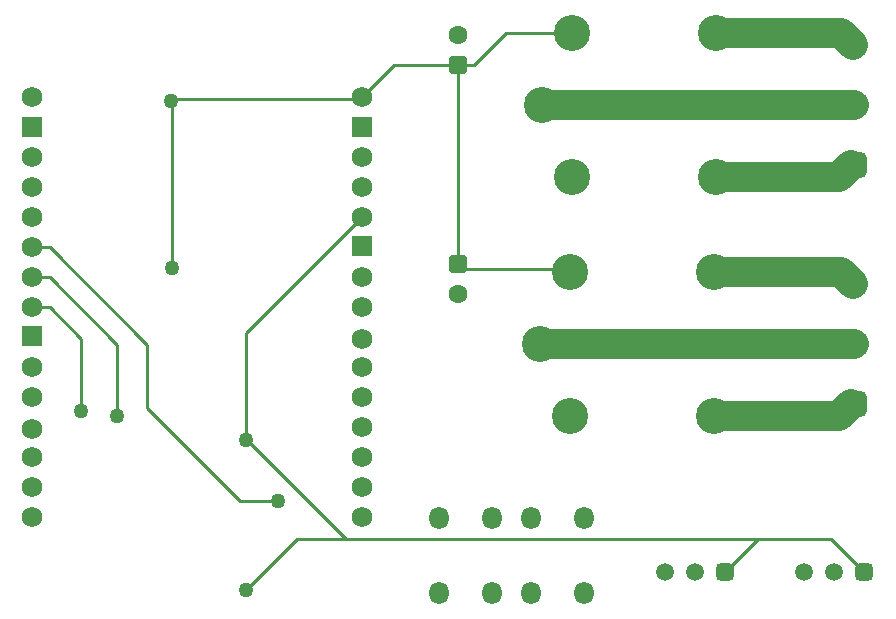
<source format=gbl>
G04*
G04 #@! TF.GenerationSoftware,Altium Limited,Altium Designer,21.3.2 (30)*
G04*
G04 Layer_Physical_Order=2*
G04 Layer_Color=16711680*
%FSTAX24Y24*%
%MOIN*%
G70*
G04*
G04 #@! TF.SameCoordinates,2CDE0281-AAEF-468F-B01B-39F68B6DA6A9*
G04*
G04*
G04 #@! TF.FilePolarity,Positive*
G04*
G01*
G75*
%ADD10C,0.0100*%
%ADD32C,0.0866*%
G04:AMPARAMS|DCode=33|XSize=86.6mil|YSize=86.6mil|CornerRadius=21.7mil|HoleSize=0mil|Usage=FLASHONLY|Rotation=90.000|XOffset=0mil|YOffset=0mil|HoleType=Round|Shape=RoundedRectangle|*
%AMROUNDEDRECTD33*
21,1,0.0866,0.0433,0,0,90.0*
21,1,0.0433,0.0866,0,0,90.0*
1,1,0.0433,0.0217,0.0217*
1,1,0.0433,0.0217,-0.0217*
1,1,0.0433,-0.0217,-0.0217*
1,1,0.0433,-0.0217,0.0217*
%
%ADD33ROUNDEDRECTD33*%
G04:AMPARAMS|DCode=38|XSize=63mil|YSize=63mil|CornerRadius=15.7mil|HoleSize=0mil|Usage=FLASHONLY|Rotation=90.000|XOffset=0mil|YOffset=0mil|HoleType=Round|Shape=RoundedRectangle|*
%AMROUNDEDRECTD38*
21,1,0.0630,0.0315,0,0,90.0*
21,1,0.0315,0.0630,0,0,90.0*
1,1,0.0315,0.0157,0.0157*
1,1,0.0315,0.0157,-0.0157*
1,1,0.0315,-0.0157,-0.0157*
1,1,0.0315,-0.0157,0.0157*
%
%ADD38ROUNDEDRECTD38*%
%ADD39C,0.0630*%
%ADD40C,0.0690*%
%ADD41R,0.0690X0.0690*%
%ADD42O,0.0650X0.0750*%
%ADD43C,0.1200*%
%ADD44C,0.0591*%
G04:AMPARAMS|DCode=45|XSize=59.1mil|YSize=59.1mil|CornerRadius=14.8mil|HoleSize=0mil|Usage=FLASHONLY|Rotation=180.000|XOffset=0mil|YOffset=0mil|HoleType=Round|Shape=RoundedRectangle|*
%AMROUNDEDRECTD45*
21,1,0.0591,0.0295,0,0,180.0*
21,1,0.0295,0.0591,0,0,180.0*
1,1,0.0295,-0.0148,0.0148*
1,1,0.0295,0.0148,0.0148*
1,1,0.0295,0.0148,-0.0148*
1,1,0.0295,-0.0148,-0.0148*
%
%ADD45ROUNDEDRECTD45*%
%ADD46C,0.0500*%
%ADD47C,0.1000*%
D10*
X070506Y058056D02*
X0727D01*
X06945Y057D02*
X070506Y058056D01*
X0689Y057D02*
X06945D01*
X069076Y050174D02*
X072581D01*
X07265Y050105D01*
X0689Y05035D02*
X069076Y050174D01*
X0689Y05035D02*
Y057D01*
Y05035D02*
X0689Y05035D01*
X0689Y057D02*
X0689Y057D01*
X06678Y057D02*
X0689D01*
X06569Y05591D02*
X06678Y057D01*
X059405Y055855D02*
X065635D01*
X05935Y0558D02*
X059405Y055855D01*
X065635D02*
X06569Y05591D01*
X059364Y050243D02*
X059378Y050228D01*
X059364Y050243D02*
Y055786D01*
X05935Y0558D02*
X059364Y055786D01*
X06185Y04807D02*
X06569Y05191D01*
X06185Y0445D02*
Y04807D01*
Y0395D02*
X06355Y0412D01*
X065166D01*
X05855Y04555D02*
X06165Y04245D01*
X0629D01*
X061866Y0445D02*
X065166Y0412D01*
X0789D01*
X06185Y0445D02*
X061866D01*
X05855Y04555D02*
Y04765D01*
X05529Y04991D02*
X05755Y04765D01*
Y0453D02*
Y04765D01*
X05529Y04891D02*
X05635Y04785D01*
Y04545D02*
Y04785D01*
X05469Y04891D02*
X05529D01*
X05469Y04991D02*
X05529D01*
X08245Y0401D02*
Y0401D01*
X08135Y0412D02*
X08245Y0401D01*
X0789Y0412D02*
X08135D01*
X0778Y0401D02*
X0789Y0412D01*
X05469Y05091D02*
X05529D01*
X05855Y04765D01*
X082075Y057656D02*
X0821D01*
X08201Y053656D02*
X0821D01*
X08201Y045705D02*
X0821D01*
X082075Y049705D02*
X0821D01*
D32*
Y057656D02*
D03*
Y055656D02*
D03*
Y049705D02*
D03*
Y047705D02*
D03*
D33*
Y053656D02*
D03*
Y045705D02*
D03*
D38*
X0689Y057D02*
D03*
X0689Y05035D02*
D03*
D39*
X0689Y058D02*
D03*
X0689Y04935D02*
D03*
D40*
X05469Y05591D02*
D03*
Y05191D02*
D03*
Y05291D02*
D03*
Y05391D02*
D03*
Y05091D02*
D03*
Y04991D02*
D03*
Y04891D02*
D03*
Y04291D02*
D03*
Y04391D02*
D03*
Y04486D02*
D03*
Y04591D02*
D03*
Y04691D02*
D03*
Y04191D02*
D03*
X06569Y05591D02*
D03*
Y05191D02*
D03*
Y05291D02*
D03*
Y05391D02*
D03*
Y04991D02*
D03*
Y04891D02*
D03*
Y04786D02*
D03*
Y04391D02*
D03*
Y04491D02*
D03*
Y04591D02*
D03*
Y04691D02*
D03*
Y04291D02*
D03*
Y04191D02*
D03*
D41*
X05469Y05491D02*
D03*
Y04796D02*
D03*
X06569Y05491D02*
D03*
Y05096D02*
D03*
D42*
X06827Y03939D02*
D03*
X07005Y0394D02*
D03*
X07004Y0419D02*
D03*
X06827Y04189D02*
D03*
X07132Y03939D02*
D03*
X0731Y0394D02*
D03*
X07309Y0419D02*
D03*
X07132Y04189D02*
D03*
D43*
X07265Y050105D02*
D03*
X07745Y045305D02*
D03*
X07165Y047705D02*
D03*
X07745Y050105D02*
D03*
X07265Y045305D02*
D03*
X0727Y058056D02*
D03*
X0775Y053256D02*
D03*
X0717Y055656D02*
D03*
X0775Y058056D02*
D03*
X0727Y053256D02*
D03*
D44*
X0758Y0401D02*
D03*
X0768D02*
D03*
X08145D02*
D03*
X08045D02*
D03*
D45*
X0778D02*
D03*
X08245D02*
D03*
D46*
X05935Y0558D02*
D03*
X059378Y050228D02*
D03*
X0629Y04245D02*
D03*
X06185Y0445D02*
D03*
Y0395D02*
D03*
X05635Y04545D02*
D03*
X05755Y0453D02*
D03*
D47*
X0717Y055656D02*
X0821D01*
X0775Y058056D02*
X081675D01*
X082075Y057656D01*
X08161Y053256D02*
X08201Y053656D01*
X0775Y053256D02*
X08161D01*
X07745Y050105D02*
X081675D01*
X082075Y049705D01*
X07165Y047705D02*
X0821D01*
X07745Y045305D02*
X08161D01*
X08201Y045705D01*
M02*

</source>
